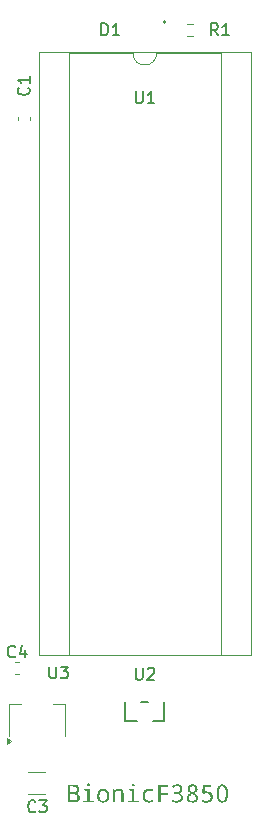
<source format=gbr>
G04 #@! TF.GenerationSoftware,KiCad,Pcbnew,8.0.4+dfsg-1*
G04 #@! TF.CreationDate,2025-02-22T20:55:47+09:00*
G04 #@! TF.ProjectId,bionic-f3850-ldo,62696f6e-6963-42d6-9633-3835302d6c64,6*
G04 #@! TF.SameCoordinates,Original*
G04 #@! TF.FileFunction,Legend,Top*
G04 #@! TF.FilePolarity,Positive*
%FSLAX46Y46*%
G04 Gerber Fmt 4.6, Leading zero omitted, Abs format (unit mm)*
G04 Created by KiCad (PCBNEW 8.0.4+dfsg-1) date 2025-02-22 20:55:47*
%MOMM*%
%LPD*%
G01*
G04 APERTURE LIST*
%ADD10C,0.150000*%
%ADD11C,0.120000*%
%ADD12C,0.152400*%
G04 APERTURE END LIST*
D10*
G36*
X107699538Y-135672063D02*
G01*
X107776344Y-135678637D01*
X107858522Y-135692311D01*
X107929805Y-135712297D01*
X107999195Y-135743590D01*
X108024394Y-135759631D01*
X108080173Y-135811219D01*
X108120015Y-135876592D01*
X108143920Y-135955750D01*
X108151764Y-136036321D01*
X108151889Y-136048692D01*
X108143982Y-136126373D01*
X108117019Y-136201904D01*
X108070922Y-136267045D01*
X108014737Y-136314622D01*
X107947389Y-136348819D01*
X107868878Y-136369634D01*
X107851836Y-136372192D01*
X107851836Y-136382450D01*
X107932036Y-136400127D01*
X108001542Y-136425315D01*
X108073387Y-136467361D01*
X108128524Y-136521142D01*
X108166953Y-136586658D01*
X108188674Y-136663909D01*
X108194020Y-136734160D01*
X108189397Y-136807481D01*
X108172314Y-136885274D01*
X108142644Y-136954722D01*
X108100386Y-137015826D01*
X108062496Y-137054362D01*
X108000538Y-137099615D01*
X107929430Y-137133753D01*
X107849170Y-137156776D01*
X107773092Y-137167664D01*
X107704558Y-137170500D01*
X107161606Y-137170500D01*
X107161606Y-137006735D01*
X107354314Y-137006735D01*
X107670486Y-137006735D01*
X107745619Y-137002355D01*
X107825448Y-136984565D01*
X107900582Y-136945152D01*
X107953175Y-136886033D01*
X107983228Y-136807207D01*
X107991055Y-136726466D01*
X107982906Y-136651635D01*
X107951616Y-136578580D01*
X107896859Y-136523788D01*
X107818635Y-136487261D01*
X107735521Y-136470772D01*
X107657297Y-136466714D01*
X107354314Y-136466714D01*
X107354314Y-137006735D01*
X107161606Y-137006735D01*
X107161606Y-136302949D01*
X107354314Y-136302949D01*
X107646672Y-136302949D01*
X107721640Y-136299446D01*
X107800021Y-136285213D01*
X107871600Y-136253683D01*
X107881145Y-136246895D01*
X107928824Y-136189259D01*
X107951261Y-136114589D01*
X107954785Y-136061515D01*
X107945477Y-135985822D01*
X107910477Y-135917465D01*
X107876016Y-135886759D01*
X107803957Y-135854387D01*
X107724072Y-135838824D01*
X107647182Y-135833844D01*
X107626156Y-135833636D01*
X107354314Y-135833636D01*
X107354314Y-136302949D01*
X107161606Y-136302949D01*
X107161606Y-135669871D01*
X107615165Y-135669871D01*
X107699538Y-135672063D01*
G37*
G36*
X108934809Y-135576082D02*
G01*
X109009441Y-135598452D01*
X109042280Y-135665561D01*
X109043986Y-135692952D01*
X109025644Y-135765080D01*
X109011379Y-135781613D01*
X108943015Y-135810301D01*
X108934809Y-135810555D01*
X108863410Y-135791146D01*
X108827226Y-135726832D01*
X108824533Y-135692952D01*
X108842733Y-135617284D01*
X108908963Y-135577908D01*
X108934809Y-135576082D01*
G37*
G36*
X108840287Y-136192307D02*
G01*
X108562949Y-136170691D01*
X108562949Y-136045028D01*
X109027499Y-136045028D01*
X109027499Y-137023221D01*
X109390200Y-137043737D01*
X109390200Y-137170500D01*
X108485646Y-137170500D01*
X108485646Y-137043737D01*
X108840287Y-137023221D01*
X108840287Y-136192307D01*
G37*
G36*
X110259242Y-136027197D02*
G01*
X110334882Y-136044044D01*
X110404803Y-136072122D01*
X110469005Y-136111432D01*
X110527489Y-136161973D01*
X110545713Y-136181316D01*
X110594395Y-136244900D01*
X110633005Y-136315852D01*
X110661542Y-136394171D01*
X110680008Y-136479857D01*
X110687702Y-136556890D01*
X110688961Y-136605566D01*
X110685509Y-136688148D01*
X110675151Y-136765077D01*
X110657888Y-136836354D01*
X110628058Y-136914424D01*
X110588285Y-136984354D01*
X110547545Y-137036410D01*
X110491353Y-137089948D01*
X110428568Y-137132409D01*
X110359187Y-137163793D01*
X110283213Y-137184101D01*
X110200643Y-137193331D01*
X110171655Y-137193947D01*
X110090893Y-137188318D01*
X110015669Y-137171433D01*
X109945984Y-137143290D01*
X109881838Y-137103890D01*
X109823229Y-137053233D01*
X109804924Y-137033846D01*
X109756118Y-136969896D01*
X109717409Y-136898400D01*
X109688798Y-136819355D01*
X109672669Y-136747719D01*
X109663553Y-136670842D01*
X109661309Y-136605566D01*
X109855116Y-136605566D01*
X109857934Y-136682890D01*
X109870456Y-136774157D01*
X109892996Y-136851904D01*
X109935258Y-136930073D01*
X109993173Y-136987115D01*
X110066741Y-137023031D01*
X110155962Y-137037819D01*
X110175685Y-137038242D01*
X110250560Y-137031481D01*
X110330116Y-137004017D01*
X110394072Y-136955425D01*
X110442429Y-136885707D01*
X110469884Y-136814721D01*
X110487355Y-136730214D01*
X110494842Y-136632186D01*
X110495154Y-136605566D01*
X110492327Y-136529028D01*
X110479762Y-136438687D01*
X110457145Y-136361731D01*
X110414737Y-136284356D01*
X110356624Y-136227893D01*
X110282803Y-136192343D01*
X110193277Y-136177704D01*
X110173487Y-136177286D01*
X110098868Y-136183978D01*
X110019587Y-136211164D01*
X109955850Y-136259261D01*
X109907660Y-136328271D01*
X109880300Y-136398536D01*
X109862889Y-136482184D01*
X109855427Y-136579217D01*
X109855116Y-136605566D01*
X109661309Y-136605566D01*
X109664717Y-136523749D01*
X109674941Y-136447514D01*
X109696206Y-136363399D01*
X109727285Y-136287321D01*
X109768179Y-136219280D01*
X109800894Y-136178385D01*
X109856677Y-136125096D01*
X109919339Y-136082833D01*
X109988878Y-136051594D01*
X110065295Y-136031381D01*
X110148590Y-136022194D01*
X110177883Y-136021581D01*
X110259242Y-136027197D01*
G37*
G36*
X111717346Y-137170500D02*
G01*
X111717346Y-136444366D01*
X111711362Y-136367424D01*
X111688384Y-136292308D01*
X111639795Y-136228407D01*
X111567750Y-136190066D01*
X111487327Y-136177547D01*
X111472248Y-136177286D01*
X111398059Y-136183674D01*
X111319234Y-136209628D01*
X111255864Y-136255545D01*
X111207950Y-136321426D01*
X111175493Y-136407271D01*
X111160655Y-136490321D01*
X111155709Y-136586148D01*
X111155709Y-137170500D01*
X110968131Y-137170500D01*
X110968131Y-136045028D01*
X111119439Y-136045028D01*
X111147283Y-136194871D01*
X111157541Y-136194871D01*
X111202097Y-136135980D01*
X111265996Y-136082673D01*
X111342727Y-136045950D01*
X111418710Y-136027673D01*
X111504122Y-136021581D01*
X111598060Y-136028021D01*
X111679473Y-136047341D01*
X111748361Y-136079541D01*
X111816857Y-136137904D01*
X111857564Y-136199084D01*
X111885745Y-136273144D01*
X111901401Y-136360083D01*
X111904924Y-136433741D01*
X111904924Y-137170500D01*
X111717346Y-137170500D01*
G37*
G36*
X112715688Y-135576082D02*
G01*
X112790321Y-135598452D01*
X112823159Y-135665561D01*
X112824865Y-135692952D01*
X112806524Y-135765080D01*
X112792258Y-135781613D01*
X112723894Y-135810301D01*
X112715688Y-135810555D01*
X112644289Y-135791146D01*
X112608105Y-135726832D01*
X112605413Y-135692952D01*
X112623612Y-135617284D01*
X112689842Y-135577908D01*
X112715688Y-135576082D01*
G37*
G36*
X112621166Y-136192307D02*
G01*
X112343829Y-136170691D01*
X112343829Y-136045028D01*
X112808378Y-136045028D01*
X112808378Y-137023221D01*
X113171079Y-137043737D01*
X113171079Y-137170500D01*
X112266526Y-137170500D01*
X112266526Y-137043737D01*
X112621166Y-137023221D01*
X112621166Y-136192307D01*
G37*
G36*
X114417084Y-136082398D02*
G01*
X114353337Y-136245063D01*
X114278094Y-136218937D01*
X114206974Y-136200275D01*
X114131890Y-136188204D01*
X114077098Y-136185346D01*
X113987539Y-136192004D01*
X113909921Y-136211976D01*
X113844245Y-136245264D01*
X113778941Y-136305598D01*
X113740133Y-136368844D01*
X113713265Y-136445406D01*
X113698338Y-136535282D01*
X113694980Y-136611428D01*
X113698248Y-136686264D01*
X113712774Y-136774595D01*
X113738920Y-136849840D01*
X113787945Y-136925493D01*
X113855127Y-136980700D01*
X113940465Y-137015460D01*
X114021810Y-137028546D01*
X114066840Y-137030182D01*
X114148241Y-137026198D01*
X114230513Y-137014245D01*
X114303214Y-136997250D01*
X114376582Y-136974154D01*
X114397667Y-136966435D01*
X114397667Y-137131299D01*
X114324691Y-137158707D01*
X114243885Y-137178285D01*
X114166756Y-137188991D01*
X114083631Y-137193702D01*
X114058780Y-137193947D01*
X113978893Y-137190289D01*
X113904785Y-137179314D01*
X113823482Y-137156486D01*
X113750500Y-137123123D01*
X113685838Y-137079223D01*
X113647353Y-137044104D01*
X113597674Y-136983327D01*
X113558275Y-136913380D01*
X113529153Y-136834263D01*
X113512736Y-136761326D01*
X113503457Y-136682021D01*
X113501173Y-136613992D01*
X113504823Y-136526918D01*
X113515771Y-136446588D01*
X113534017Y-136373002D01*
X113565547Y-136293601D01*
X113607588Y-136223912D01*
X113650650Y-136173256D01*
X113710967Y-136121710D01*
X113779810Y-136080829D01*
X113857181Y-136050613D01*
X113943077Y-136031061D01*
X114021171Y-136022914D01*
X114070870Y-136021581D01*
X114150173Y-136024491D01*
X114227478Y-136033222D01*
X114302784Y-136047773D01*
X114376091Y-136068144D01*
X114417084Y-136082398D01*
G37*
G36*
X115027080Y-137170500D02*
G01*
X114835472Y-137170500D01*
X114835472Y-135669871D01*
X115702290Y-135669871D01*
X115702290Y-135838765D01*
X115027080Y-135838765D01*
X115027080Y-136373291D01*
X115663089Y-136373291D01*
X115663089Y-136542185D01*
X115027080Y-136542185D01*
X115027080Y-137170500D01*
G37*
G36*
X116559582Y-136390876D02*
G01*
X116559582Y-136397105D01*
X116646737Y-136413047D01*
X116722271Y-136437061D01*
X116800347Y-136478429D01*
X116860266Y-136532409D01*
X116902027Y-136599000D01*
X116925632Y-136678203D01*
X116931442Y-136750646D01*
X116926444Y-136824916D01*
X116907982Y-136903784D01*
X116875915Y-136974271D01*
X116830244Y-137036379D01*
X116789293Y-137075611D01*
X116721036Y-137121720D01*
X116652876Y-137152229D01*
X116575802Y-137174417D01*
X116489815Y-137188284D01*
X116411351Y-137193485D01*
X116378232Y-137193947D01*
X116302707Y-137191961D01*
X116218523Y-137184336D01*
X116141372Y-137170993D01*
X116060251Y-137148197D01*
X115988701Y-137117618D01*
X115979261Y-137112614D01*
X115979261Y-136937492D01*
X116050956Y-136970362D01*
X116123706Y-136996431D01*
X116197513Y-137015699D01*
X116272376Y-137028167D01*
X116348294Y-137033834D01*
X116373836Y-137034212D01*
X116459359Y-137029690D01*
X116533479Y-137016123D01*
X116610093Y-136986445D01*
X116668890Y-136942635D01*
X116715928Y-136871409D01*
X116735527Y-136796508D01*
X116738734Y-136744784D01*
X116729155Y-136670270D01*
X116692370Y-136597524D01*
X116627995Y-136542964D01*
X116553275Y-136511390D01*
X116479705Y-136495224D01*
X116393872Y-136487141D01*
X116346358Y-136486131D01*
X116209338Y-136486131D01*
X116209338Y-136326396D01*
X116346358Y-136326396D01*
X116424142Y-136321450D01*
X116500536Y-136304062D01*
X116571620Y-136270059D01*
X116601714Y-136247262D01*
X116653443Y-136186544D01*
X116683700Y-136113705D01*
X116692572Y-136036968D01*
X116682681Y-135963295D01*
X116649639Y-135897668D01*
X116622230Y-135868441D01*
X116557575Y-135828116D01*
X116484048Y-135809139D01*
X116435018Y-135806159D01*
X116355312Y-135812067D01*
X116276798Y-135829791D01*
X116199475Y-135859331D01*
X116134148Y-135894055D01*
X116080378Y-135929624D01*
X115985489Y-135801030D01*
X116047276Y-135756490D01*
X116112193Y-135719499D01*
X116180240Y-135690058D01*
X116251418Y-135668166D01*
X116325727Y-135653822D01*
X116403166Y-135647028D01*
X116435018Y-135646424D01*
X116511294Y-135650056D01*
X116592012Y-135663475D01*
X116663824Y-135686781D01*
X116734991Y-135725524D01*
X116766212Y-135749739D01*
X116818304Y-135805724D01*
X116855513Y-135870364D01*
X116877838Y-135943660D01*
X116885280Y-136025611D01*
X116878586Y-136102891D01*
X116855445Y-136180057D01*
X116815774Y-136248063D01*
X116800650Y-136266679D01*
X116740901Y-136320524D01*
X116675013Y-136357300D01*
X116597650Y-136383005D01*
X116559582Y-136390876D01*
G37*
G36*
X117816999Y-135651087D02*
G01*
X117889613Y-135665077D01*
X117964100Y-135692486D01*
X118029519Y-135732076D01*
X118044457Y-135743877D01*
X118095908Y-135796885D01*
X118136219Y-135866756D01*
X118156432Y-135937962D01*
X118162060Y-136007293D01*
X118152567Y-136092000D01*
X118124089Y-136169443D01*
X118076627Y-136239622D01*
X118022572Y-136292555D01*
X117955333Y-136340444D01*
X117892049Y-136375123D01*
X117966667Y-136417518D01*
X118031336Y-136462272D01*
X118098182Y-136521530D01*
X118149481Y-136584474D01*
X118185236Y-136651103D01*
X118207621Y-136735922D01*
X118210420Y-136780322D01*
X118204196Y-136858560D01*
X118185525Y-136929787D01*
X118148946Y-137002602D01*
X118096110Y-137066257D01*
X118080360Y-137080740D01*
X118019623Y-137124851D01*
X117950891Y-137158128D01*
X117874164Y-137180570D01*
X117789444Y-137192178D01*
X117737443Y-137193947D01*
X117657476Y-137190199D01*
X117584360Y-137178955D01*
X117507719Y-137156362D01*
X117440405Y-137123566D01*
X117390130Y-137087335D01*
X117335633Y-137028556D01*
X117296707Y-136959199D01*
X117273351Y-136879263D01*
X117265688Y-136800641D01*
X117265566Y-136788748D01*
X117265631Y-136788015D01*
X117448748Y-136788015D01*
X117458743Y-136871684D01*
X117495669Y-136947418D01*
X117559802Y-136999591D01*
X117636430Y-137025557D01*
X117715556Y-137033972D01*
X117733047Y-137034212D01*
X117806933Y-137028909D01*
X117883543Y-137008023D01*
X117949935Y-136967167D01*
X117996818Y-136909242D01*
X118022063Y-136836581D01*
X118026871Y-136779955D01*
X118014459Y-136703239D01*
X117977223Y-136634657D01*
X117962025Y-136616557D01*
X117906706Y-136566922D01*
X117845475Y-136525538D01*
X117778980Y-136488169D01*
X117741473Y-136469278D01*
X117710699Y-136454990D01*
X117635234Y-136495868D01*
X117572561Y-136540878D01*
X117514236Y-136600345D01*
X117474329Y-136665763D01*
X117452841Y-136737131D01*
X117448748Y-136788015D01*
X117265631Y-136788015D01*
X117272659Y-136709014D01*
X117293938Y-136635362D01*
X117329403Y-136567792D01*
X117379053Y-136506304D01*
X117442890Y-136450899D01*
X117520912Y-136401575D01*
X117556093Y-136383549D01*
X117486328Y-136334800D01*
X117428388Y-136282205D01*
X117374468Y-136214014D01*
X117337575Y-136140285D01*
X117317710Y-136061017D01*
X117314694Y-136016452D01*
X117497475Y-136016452D01*
X117507222Y-136091265D01*
X117539299Y-136159593D01*
X117548399Y-136171790D01*
X117604529Y-136223409D01*
X117667784Y-136263279D01*
X117739642Y-136299285D01*
X117808456Y-136264753D01*
X117875639Y-136218591D01*
X117932790Y-136158224D01*
X117967081Y-136090844D01*
X117978511Y-136016452D01*
X117967809Y-135941146D01*
X117928863Y-135874240D01*
X117913665Y-135860015D01*
X117847597Y-135823199D01*
X117769547Y-135807474D01*
X117735245Y-135806159D01*
X117659648Y-135813732D01*
X117587340Y-135841712D01*
X117561588Y-135860015D01*
X117515569Y-135921211D01*
X117498038Y-135997646D01*
X117497475Y-136016452D01*
X117314694Y-136016452D01*
X117313926Y-136005095D01*
X117321414Y-135926922D01*
X117347737Y-135849159D01*
X117393014Y-135782176D01*
X117433727Y-135743511D01*
X117497772Y-135701035D01*
X117569740Y-135670696D01*
X117649630Y-135652492D01*
X117726033Y-135646519D01*
X117737443Y-135646424D01*
X117816999Y-135651087D01*
G37*
G36*
X118542346Y-137112614D02*
G01*
X118542346Y-136935294D01*
X118610802Y-136973837D01*
X118686341Y-137002914D01*
X118768963Y-137022523D01*
X118845418Y-137031797D01*
X118913106Y-137034212D01*
X118994250Y-137029220D01*
X119080466Y-137008941D01*
X119149776Y-136973064D01*
X119202182Y-136921586D01*
X119237682Y-136854510D01*
X119256278Y-136771835D01*
X119259321Y-136714742D01*
X119250671Y-136628618D01*
X119224723Y-136557091D01*
X119170752Y-136490527D01*
X119106747Y-136451115D01*
X119025444Y-136426299D01*
X118947947Y-136416957D01*
X118905046Y-136415789D01*
X118828453Y-136419396D01*
X118752976Y-136427911D01*
X118675993Y-136439857D01*
X118666909Y-136441435D01*
X118574219Y-136382450D01*
X118631006Y-135669871D01*
X119341752Y-135669871D01*
X119341752Y-135840964D01*
X118793672Y-135840964D01*
X118753371Y-136276571D01*
X118828580Y-136264890D01*
X118902576Y-136258058D01*
X118968794Y-136256054D01*
X119047065Y-136260176D01*
X119119490Y-136272541D01*
X119196594Y-136297385D01*
X119265739Y-136333449D01*
X119318672Y-136373291D01*
X119370634Y-136428576D01*
X119409833Y-136492172D01*
X119436270Y-136564077D01*
X119449944Y-136644292D01*
X119452028Y-136693860D01*
X119447031Y-136779748D01*
X119432038Y-136857985D01*
X119407051Y-136928572D01*
X119365267Y-137001253D01*
X119309879Y-137063521D01*
X119242114Y-137114341D01*
X119175155Y-137147967D01*
X119100004Y-137172421D01*
X119016662Y-137187706D01*
X118940953Y-137193437D01*
X118909076Y-137193947D01*
X118825859Y-137191087D01*
X118749313Y-137182509D01*
X118668442Y-137165274D01*
X118596652Y-137140254D01*
X118542346Y-137112614D01*
G37*
G36*
X120341299Y-135653418D02*
G01*
X120418549Y-135674399D01*
X120487581Y-135709369D01*
X120548396Y-135758326D01*
X120600994Y-135821270D01*
X120616700Y-135845360D01*
X120651952Y-135911839D01*
X120681229Y-135986940D01*
X120704531Y-136070663D01*
X120718871Y-136143850D01*
X120729386Y-136222556D01*
X120736078Y-136306779D01*
X120738946Y-136396521D01*
X120739066Y-136419819D01*
X120737178Y-136513561D01*
X120731515Y-136601255D01*
X120722077Y-136682902D01*
X120708864Y-136758500D01*
X120681965Y-136860558D01*
X120646572Y-136949008D01*
X120602684Y-137023850D01*
X120550302Y-137085085D01*
X120489426Y-137132712D01*
X120420056Y-137166731D01*
X120342191Y-137187143D01*
X120255831Y-137193947D01*
X120171373Y-137186953D01*
X120094952Y-137165971D01*
X120026567Y-137131002D01*
X119966220Y-137082045D01*
X119913910Y-137019101D01*
X119898260Y-136995011D01*
X119863219Y-136928514D01*
X119834117Y-136853360D01*
X119810955Y-136769547D01*
X119796701Y-136696262D01*
X119786248Y-136617437D01*
X119779596Y-136533070D01*
X119776746Y-136443162D01*
X119776627Y-136419819D01*
X119776642Y-136419086D01*
X119967503Y-136419086D01*
X119968590Y-136498015D01*
X119971853Y-136571219D01*
X119978991Y-136654674D01*
X119989527Y-136729185D01*
X120006658Y-136806791D01*
X120032829Y-136881053D01*
X120037112Y-136890231D01*
X120076885Y-136953223D01*
X120133509Y-137002576D01*
X120202710Y-137029150D01*
X120255831Y-137034212D01*
X120334773Y-137022794D01*
X120400963Y-136988540D01*
X120454402Y-136931449D01*
X120478581Y-136889864D01*
X120506275Y-136817874D01*
X120524599Y-136742355D01*
X120536051Y-136669681D01*
X120544033Y-136588152D01*
X120548545Y-136497769D01*
X120549655Y-136419086D01*
X120548545Y-136340925D01*
X120544033Y-136251112D01*
X120536051Y-136170065D01*
X120521892Y-136084378D01*
X120502735Y-136011314D01*
X120478581Y-135950873D01*
X120438006Y-135887561D01*
X120380316Y-135837956D01*
X120309876Y-135811247D01*
X120255831Y-135806159D01*
X120178245Y-135817519D01*
X120113237Y-135851600D01*
X120060806Y-135908400D01*
X120037112Y-135949774D01*
X120009989Y-136021193D01*
X119992043Y-136096335D01*
X119980826Y-136168772D01*
X119973009Y-136250136D01*
X119968590Y-136340427D01*
X119967503Y-136419086D01*
X119776642Y-136419086D01*
X119778499Y-136326166D01*
X119784114Y-136238555D01*
X119793474Y-136156986D01*
X119806577Y-136081459D01*
X119833252Y-135979498D01*
X119868350Y-135891131D01*
X119911871Y-135816360D01*
X119963816Y-135755183D01*
X120024185Y-135707601D01*
X120092977Y-135673614D01*
X120170192Y-135653222D01*
X120255831Y-135646424D01*
X120341299Y-135653418D01*
G37*
X112938095Y-76973219D02*
X112938095Y-77782742D01*
X112938095Y-77782742D02*
X112985714Y-77877980D01*
X112985714Y-77877980D02*
X113033333Y-77925600D01*
X113033333Y-77925600D02*
X113128571Y-77973219D01*
X113128571Y-77973219D02*
X113319047Y-77973219D01*
X113319047Y-77973219D02*
X113414285Y-77925600D01*
X113414285Y-77925600D02*
X113461904Y-77877980D01*
X113461904Y-77877980D02*
X113509523Y-77782742D01*
X113509523Y-77782742D02*
X113509523Y-76973219D01*
X114509523Y-77973219D02*
X113938095Y-77973219D01*
X114223809Y-77973219D02*
X114223809Y-76973219D01*
X114223809Y-76973219D02*
X114128571Y-77116076D01*
X114128571Y-77116076D02*
X114033333Y-77211314D01*
X114033333Y-77211314D02*
X113938095Y-77258933D01*
X104427833Y-137923580D02*
X104380214Y-137971200D01*
X104380214Y-137971200D02*
X104237357Y-138018819D01*
X104237357Y-138018819D02*
X104142119Y-138018819D01*
X104142119Y-138018819D02*
X103999262Y-137971200D01*
X103999262Y-137971200D02*
X103904024Y-137875961D01*
X103904024Y-137875961D02*
X103856405Y-137780723D01*
X103856405Y-137780723D02*
X103808786Y-137590247D01*
X103808786Y-137590247D02*
X103808786Y-137447390D01*
X103808786Y-137447390D02*
X103856405Y-137256914D01*
X103856405Y-137256914D02*
X103904024Y-137161676D01*
X103904024Y-137161676D02*
X103999262Y-137066438D01*
X103999262Y-137066438D02*
X104142119Y-137018819D01*
X104142119Y-137018819D02*
X104237357Y-137018819D01*
X104237357Y-137018819D02*
X104380214Y-137066438D01*
X104380214Y-137066438D02*
X104427833Y-137114057D01*
X104761167Y-137018819D02*
X105380214Y-137018819D01*
X105380214Y-137018819D02*
X105046881Y-137399771D01*
X105046881Y-137399771D02*
X105189738Y-137399771D01*
X105189738Y-137399771D02*
X105284976Y-137447390D01*
X105284976Y-137447390D02*
X105332595Y-137495009D01*
X105332595Y-137495009D02*
X105380214Y-137590247D01*
X105380214Y-137590247D02*
X105380214Y-137828342D01*
X105380214Y-137828342D02*
X105332595Y-137923580D01*
X105332595Y-137923580D02*
X105284976Y-137971200D01*
X105284976Y-137971200D02*
X105189738Y-138018819D01*
X105189738Y-138018819D02*
X104904024Y-138018819D01*
X104904024Y-138018819D02*
X104808786Y-137971200D01*
X104808786Y-137971200D02*
X104761167Y-137923580D01*
X102712933Y-124817180D02*
X102665314Y-124864800D01*
X102665314Y-124864800D02*
X102522457Y-124912419D01*
X102522457Y-124912419D02*
X102427219Y-124912419D01*
X102427219Y-124912419D02*
X102284362Y-124864800D01*
X102284362Y-124864800D02*
X102189124Y-124769561D01*
X102189124Y-124769561D02*
X102141505Y-124674323D01*
X102141505Y-124674323D02*
X102093886Y-124483847D01*
X102093886Y-124483847D02*
X102093886Y-124340990D01*
X102093886Y-124340990D02*
X102141505Y-124150514D01*
X102141505Y-124150514D02*
X102189124Y-124055276D01*
X102189124Y-124055276D02*
X102284362Y-123960038D01*
X102284362Y-123960038D02*
X102427219Y-123912419D01*
X102427219Y-123912419D02*
X102522457Y-123912419D01*
X102522457Y-123912419D02*
X102665314Y-123960038D01*
X102665314Y-123960038D02*
X102712933Y-124007657D01*
X103570076Y-124245752D02*
X103570076Y-124912419D01*
X103331981Y-123864800D02*
X103093886Y-124579085D01*
X103093886Y-124579085D02*
X103712933Y-124579085D01*
X103848780Y-76669066D02*
X103896400Y-76716685D01*
X103896400Y-76716685D02*
X103944019Y-76859542D01*
X103944019Y-76859542D02*
X103944019Y-76954780D01*
X103944019Y-76954780D02*
X103896400Y-77097637D01*
X103896400Y-77097637D02*
X103801161Y-77192875D01*
X103801161Y-77192875D02*
X103705923Y-77240494D01*
X103705923Y-77240494D02*
X103515447Y-77288113D01*
X103515447Y-77288113D02*
X103372590Y-77288113D01*
X103372590Y-77288113D02*
X103182114Y-77240494D01*
X103182114Y-77240494D02*
X103086876Y-77192875D01*
X103086876Y-77192875D02*
X102991638Y-77097637D01*
X102991638Y-77097637D02*
X102944019Y-76954780D01*
X102944019Y-76954780D02*
X102944019Y-76859542D01*
X102944019Y-76859542D02*
X102991638Y-76716685D01*
X102991638Y-76716685D02*
X103039257Y-76669066D01*
X103944019Y-75716685D02*
X103944019Y-76288113D01*
X103944019Y-76002399D02*
X102944019Y-76002399D01*
X102944019Y-76002399D02*
X103086876Y-76097637D01*
X103086876Y-76097637D02*
X103182114Y-76192875D01*
X103182114Y-76192875D02*
X103229733Y-76288113D01*
X110015505Y-72232819D02*
X110015505Y-71232819D01*
X110015505Y-71232819D02*
X110253600Y-71232819D01*
X110253600Y-71232819D02*
X110396457Y-71280438D01*
X110396457Y-71280438D02*
X110491695Y-71375676D01*
X110491695Y-71375676D02*
X110539314Y-71470914D01*
X110539314Y-71470914D02*
X110586933Y-71661390D01*
X110586933Y-71661390D02*
X110586933Y-71804247D01*
X110586933Y-71804247D02*
X110539314Y-71994723D01*
X110539314Y-71994723D02*
X110491695Y-72089961D01*
X110491695Y-72089961D02*
X110396457Y-72185200D01*
X110396457Y-72185200D02*
X110253600Y-72232819D01*
X110253600Y-72232819D02*
X110015505Y-72232819D01*
X111539314Y-72232819D02*
X110967886Y-72232819D01*
X111253600Y-72232819D02*
X111253600Y-71232819D01*
X111253600Y-71232819D02*
X111158362Y-71375676D01*
X111158362Y-71375676D02*
X111063124Y-71470914D01*
X111063124Y-71470914D02*
X110967886Y-71518533D01*
X119883333Y-72232819D02*
X119550000Y-71756628D01*
X119311905Y-72232819D02*
X119311905Y-71232819D01*
X119311905Y-71232819D02*
X119692857Y-71232819D01*
X119692857Y-71232819D02*
X119788095Y-71280438D01*
X119788095Y-71280438D02*
X119835714Y-71328057D01*
X119835714Y-71328057D02*
X119883333Y-71423295D01*
X119883333Y-71423295D02*
X119883333Y-71566152D01*
X119883333Y-71566152D02*
X119835714Y-71661390D01*
X119835714Y-71661390D02*
X119788095Y-71709009D01*
X119788095Y-71709009D02*
X119692857Y-71756628D01*
X119692857Y-71756628D02*
X119311905Y-71756628D01*
X120835714Y-72232819D02*
X120264286Y-72232819D01*
X120550000Y-72232819D02*
X120550000Y-71232819D01*
X120550000Y-71232819D02*
X120454762Y-71375676D01*
X120454762Y-71375676D02*
X120359524Y-71470914D01*
X120359524Y-71470914D02*
X120264286Y-71518533D01*
X112938095Y-125792019D02*
X112938095Y-126601542D01*
X112938095Y-126601542D02*
X112985714Y-126696780D01*
X112985714Y-126696780D02*
X113033333Y-126744400D01*
X113033333Y-126744400D02*
X113128571Y-126792019D01*
X113128571Y-126792019D02*
X113319047Y-126792019D01*
X113319047Y-126792019D02*
X113414285Y-126744400D01*
X113414285Y-126744400D02*
X113461904Y-126696780D01*
X113461904Y-126696780D02*
X113509523Y-126601542D01*
X113509523Y-126601542D02*
X113509523Y-125792019D01*
X113938095Y-125887257D02*
X113985714Y-125839638D01*
X113985714Y-125839638D02*
X114080952Y-125792019D01*
X114080952Y-125792019D02*
X114319047Y-125792019D01*
X114319047Y-125792019D02*
X114414285Y-125839638D01*
X114414285Y-125839638D02*
X114461904Y-125887257D01*
X114461904Y-125887257D02*
X114509523Y-125982495D01*
X114509523Y-125982495D02*
X114509523Y-126077733D01*
X114509523Y-126077733D02*
X114461904Y-126220590D01*
X114461904Y-126220590D02*
X113890476Y-126792019D01*
X113890476Y-126792019D02*
X114509523Y-126792019D01*
X105622895Y-125690419D02*
X105622895Y-126499942D01*
X105622895Y-126499942D02*
X105670514Y-126595180D01*
X105670514Y-126595180D02*
X105718133Y-126642800D01*
X105718133Y-126642800D02*
X105813371Y-126690419D01*
X105813371Y-126690419D02*
X106003847Y-126690419D01*
X106003847Y-126690419D02*
X106099085Y-126642800D01*
X106099085Y-126642800D02*
X106146704Y-126595180D01*
X106146704Y-126595180D02*
X106194323Y-126499942D01*
X106194323Y-126499942D02*
X106194323Y-125690419D01*
X106575276Y-125690419D02*
X107194323Y-125690419D01*
X107194323Y-125690419D02*
X106860990Y-126071371D01*
X106860990Y-126071371D02*
X107003847Y-126071371D01*
X107003847Y-126071371D02*
X107099085Y-126118990D01*
X107099085Y-126118990D02*
X107146704Y-126166609D01*
X107146704Y-126166609D02*
X107194323Y-126261847D01*
X107194323Y-126261847D02*
X107194323Y-126499942D01*
X107194323Y-126499942D02*
X107146704Y-126595180D01*
X107146704Y-126595180D02*
X107099085Y-126642800D01*
X107099085Y-126642800D02*
X107003847Y-126690419D01*
X107003847Y-126690419D02*
X106718133Y-126690419D01*
X106718133Y-126690419D02*
X106622895Y-126642800D01*
X106622895Y-126642800D02*
X106575276Y-126595180D01*
D11*
X104750000Y-73690000D02*
X104750000Y-124730000D01*
X104750000Y-124730000D02*
X122650000Y-124730000D01*
X107240000Y-73750000D02*
X107240000Y-124670000D01*
X107240000Y-124670000D02*
X120160000Y-124670000D01*
X112700000Y-73750000D02*
X107240000Y-73750000D01*
X120160000Y-73750000D02*
X114700000Y-73750000D01*
X120160000Y-124670000D02*
X120160000Y-73750000D01*
X122650000Y-73690000D02*
X104750000Y-73690000D01*
X122650000Y-124730000D02*
X122650000Y-73690000D01*
X114700000Y-73750000D02*
G75*
G02*
X112700000Y-73750000I-1000000J0D01*
G01*
X105267252Y-134622000D02*
X103844748Y-134622000D01*
X105267252Y-136442000D02*
X103844748Y-136442000D01*
X102733333Y-125319200D02*
X103025867Y-125319200D01*
X102733333Y-126339200D02*
X103025867Y-126339200D01*
X102979200Y-79442667D02*
X102979200Y-79150133D01*
X103999200Y-79442667D02*
X103999200Y-79150133D01*
D12*
X115427200Y-71092200D02*
G75*
G02*
X115274800Y-71092200I-76200J0D01*
G01*
X115274800Y-71092200D02*
G75*
G02*
X115427200Y-71092200I76200J0D01*
G01*
D11*
X117255276Y-71255500D02*
X117764724Y-71255500D01*
X117255276Y-72300500D02*
X117764724Y-72300500D01*
D12*
X112048000Y-128659000D02*
X112048000Y-130313000D01*
X112048000Y-130313000D02*
X113037060Y-130313000D01*
X113987061Y-128659000D02*
X113412939Y-128659000D01*
X114362940Y-130313000D02*
X115352000Y-130313000D01*
X115352000Y-130313000D02*
X115352000Y-128659000D01*
D11*
X102196000Y-131418000D02*
X102196000Y-128838000D01*
X102196000Y-131558000D02*
X102196000Y-128838000D01*
X103176000Y-128838000D02*
X102196000Y-128838000D01*
X105936000Y-128838000D02*
X106916000Y-128838000D01*
X106916000Y-128838000D02*
X106916000Y-131558000D01*
X102346000Y-131968000D02*
X102016000Y-132208000D01*
X102016000Y-131728000D01*
X102346000Y-131968000D01*
G36*
X102346000Y-131968000D02*
G01*
X102016000Y-132208000D01*
X102016000Y-131728000D01*
X102346000Y-131968000D01*
G37*
M02*

</source>
